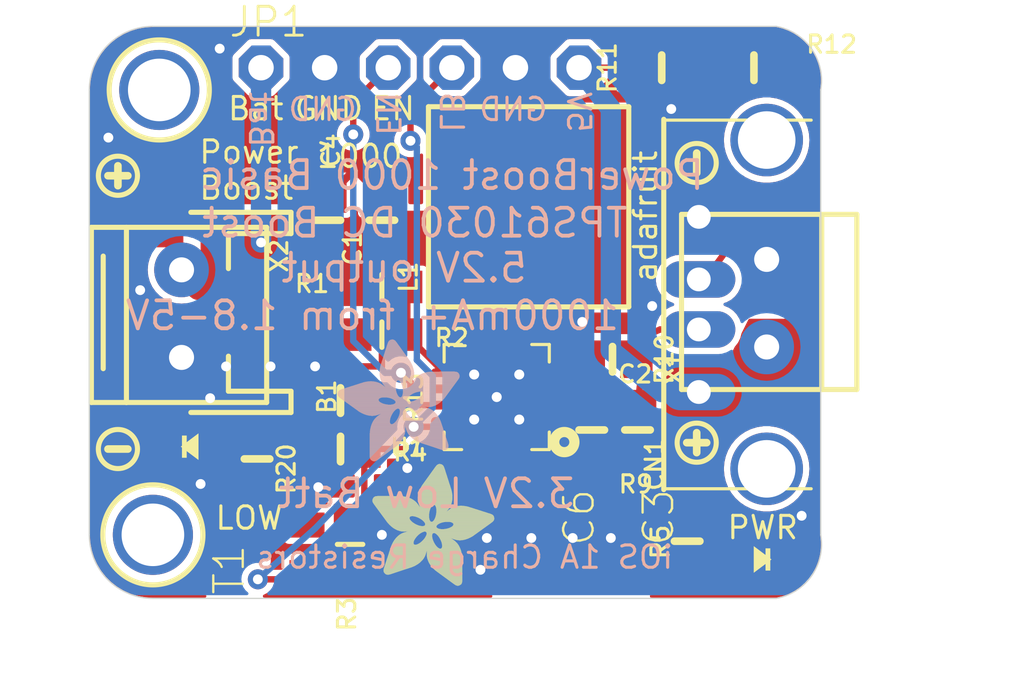
<source format=kicad_pcb>
(kicad_pcb (version 20221018) (generator pcbnew)
  (layers (0 "F.Cu" signal) (31 "B.Cu" signal) (34 "B.Paste" user) (35 "F.Paste" user) (36 "B.SilkS" user "B.Silkscreen") (37 "F.SilkS" user "F.Silkscreen") (38 "B.Mask" user) (39 "F.Mask" user) (44 "Edge.Cuts" user))
  (net 0 "")
  (net 1 "GND")
  (net 2 "N$1")
  (net 3 "N$3")
  (net 4 "5.0V")
  (net 5 "D+")
  (net 6 "D-")
  (net 7 "VBAT")
  (net 8 "N$2")
  (net 9 "ENABLE")
  (net 10 "N$5")
  (net 11 "N$6")
  (net 12 "LBO")
  (net 13 "N$4")
  (footprint "working:0805-NO" (layer "F.Cu") (at 143.40442 101.3206 90)
    (fp_text reference "C4" (at 2.032 0.127 90) (layer "F.SilkS") (effects (font (size 0.692831 0.692831) (thickness 0.119969)) (justify left)))
    (fp_text value "0.1uF")
    (pad "1" smd rect (at -0.95 0 90) (size 1.3 1.5) (layers "F.Cu" "F.Paste" "F.Mask") (net 7 "VBAT"))
    (pad "2" smd rect (at 0.95 0 90) (size 1.3 1.5) (layers "F.Cu" "F.Paste" "F.Mask") (net 1 "GND"))
  )
  (footprint "working:TERMBLOCK_1X2-3.5MM" (layer "F.Cu") (at 160.93042 104.6861 90)
    (fp_text reference "X1" (at -3.3 -3.69 90) (layer "F.SilkS") (effects (font (size 0.692831 0.692831) (thickness 0.119969)) (justify left)))
    (fp_text value "")
    (pad "1" thru_hole circle (at 1.8 0 90) (size 2.1844 2.1844) (drill 1) (layers "*.Cu" "*.Mask") (net 1 "GND"))
    (pad "2" thru_hole circle (at -1.7 0 90) (size 2.1844 2.1844) (drill 1) (layers "*.Cu" "*.Mask") (net 4 "5.0V"))
  )
  (footprint "working:0805-NO" (layer "F.Cu") (at 140.57842 110.8596 -90)
    (fp_text reference "R20" (at -0.6875 -1.17 90) (layer "F.SilkS") (effects (font (size 0.692831 0.692831) (thickness 0.119969)) (justify right)))
    (fp_text value "1K")
    (pad "1" smd rect (at -0.95 0 270) (size 1.3 1.5) (layers "F.Cu" "F.Paste" "F.Mask") (net 8 "N$2"))
    (pad "2" smd rect (at 0.95 0 270) (size 1.3 1.5) (layers "F.Cu" "F.Paste" "F.Mask") (net 11 "N$6"))
  )
  (footprint "working:SYMBOL_PLUS" (layer "F.Cu") (at 158.13642 110.2106)
    (fp_text reference "U$25" hide)
    (fp_text value "" hide)
  )
  (footprint "working:MOUNTINGHOLE_2.5_PLATED" (layer "F.Cu") (at 136.67342 96.1136)
    (fp_text reference "U$10" hide)
    (fp_text value "MOUNTINGHOLE2.5" hide)
    (pad "P$1" thru_hole circle (at 0 0) (size 3.2 3.2) (drill 2.5) (layers "*.Cu" "*.Mask"))
    (zone (net 0) (net_name "") (layer "F.Cu") (connect_pads (clearance 0)) (min_thickness 0.25)
      (keepout (tracks not_allowed) (vias not_allowed) (pads not_allowed) (copperpour not_allowed) (footprints allowed))
      (fill (thermal_gap 0.5) (thermal_bridge_width 0.5))
      (polygon (pts (xy 138.68942 96.1136) (xy 138.6698 95.833027) (xy 138.611324 95.557915) (xy 138.515128 95.293619) (xy 138.383085 95.045283) (xy 138.217766 94.81774) (xy 138.022387 94.61542) (xy 137.800753 94.44226) (xy 137.557176 94.301631) (xy 137.296398 94.19627) (xy 137.023495 94.128228) (xy 136.743777 94.098828) (xy 136.462691 94.108644) (xy 136.185705 94.157484) (xy 135.918213 94.244397) (xy 135.66542 94.367693) (xy 135.432246 94.52497) (xy 135.223231 94.713169) (xy 135.042442 94.928625) (xy 134.893398 95.167145) (xy 134.779 95.424087) (xy 134.701474 95.69445) (xy 134.662331 95.972971) (xy 134.662331 96.254229) (xy 134.701474 96.53275) (xy 134.779 96.803113) (xy 134.893398 97.060055) (xy 135.042442 97.298575) (xy 135.223231 97.514031) (xy 135.432246 97.70223) (xy 135.66542 97.859507) (xy 135.918213 97.982803) (xy 136.185705 98.069716) (xy 136.462691 98.118556) (xy 136.743777 98.128372) (xy 137.023495 98.098972) (xy 137.296398 98.03093) (xy 137.557176 97.925569) (xy 137.800753 97.78494) (xy 138.022387 97.61178) (xy 138.217766 97.40946) (xy 138.383085 97.181917) (xy 138.515128 96.933581) (xy 138.611324 96.669285) (xy 138.6698 96.394173)))
      (polygon (pts (xy 136.65742 96.1136) (xy 136.662106 96.124914) (xy 136.67342 96.1296) (xy 136.684734 96.124914) (xy 136.68942 96.1136) (xy 136.684734 96.102286) (xy 136.67342 96.0976) (xy 136.662106 96.102286)))
    )
    (zone (net 0) (net_name "") (layer "B.Cu") (connect_pads (clearance 0)) (min_thickness 0.25)
      (keepout (tracks not_allowed) (vias not_allowed) (pads not_allowed) (copperpour not_allowed) (footprints allowed))
      (fill (thermal_gap 0.5) (thermal_bridge_width 0.5))
      (polygon (pts (xy 138.68942 96.1136) (xy 138.6698 95.833027) (xy 138.611324 95.557915) (xy 138.515128 95.293619) (xy 138.383085 95.045283) (xy 138.217766 94.81774) (xy 138.022387 94.61542) (xy 137.800753 94.44226) (xy 137.557176 94.301631) (xy 137.296398 94.19627) (xy 137.023495 94.128228) (xy 136.743777 94.098828) (xy 136.462691 94.108644) (xy 136.185705 94.157484) (xy 135.918213 94.244397) (xy 135.66542 94.367693) (xy 135.432246 94.52497) (xy 135.223231 94.713169) (xy 135.042442 94.928625) (xy 134.893398 95.167145) (xy 134.779 95.424087) (xy 134.701474 95.69445) (xy 134.662331 95.972971) (xy 134.662331 96.254229) (xy 134.701474 96.53275) (xy 134.779 96.803113) (xy 134.893398 97.060055) (xy 135.042442 97.298575) (xy 135.223231 97.514031) (xy 135.432246 97.70223) (xy 135.66542 97.859507) (xy 135.918213 97.982803) (xy 136.185705 98.069716) (xy 136.462691 98.118556) (xy 136.743777 98.128372) (xy 137.023495 98.098972) (xy 137.296398 98.03093) (xy 137.557176 97.925569) (xy 137.800753 97.78494) (xy 138.022387 97.61178) (xy 138.217766 97.40946) (xy 138.383085 97.181917) (xy 138.515128 96.933581) (xy 138.611324 96.669285) (xy 138.6698 96.394173)))
      (polygon (pts (xy 136.65742 96.1136) (xy 136.662106 96.124914) (xy 136.67342 96.1296) (xy 136.684734 96.124914) (xy 136.68942 96.1136) (xy 136.684734 96.102286) (xy 136.67342 96.0976) (xy 136.662106 96.102286)))
    )
  )
  (footprint "working:0805-NO" (layer "F.Cu") (at 157.75542 114.1476 -90)
    (fp_text reference "R5" (at 0.7875 1.07 90) (layer "F.SilkS") (effects (font (size 0.692831 0.692831) (thickness 0.119969)) (justify left)))
    (fp_text value "1K")
    (pad "1" smd rect (at -0.95 0 270) (size 1.3 1.5) (layers "F.Cu" "F.Paste" "F.Mask") (net 4 "5.0V"))
    (pad "2" smd rect (at 0.95 0 270) (size 1.3 1.5) (layers "F.Cu" "F.Paste" "F.Mask") (net 13 "N$4"))
  )
  (footprint "working:0805-NO" (layer "F.Cu") (at 154.77342 106.8766 180)
    (fp_text reference "R10" (at -2.07 1.0875 90) (layer "F.SilkS") (effects (font (size 0.692831 0.692831) (thickness 0.119969)) (justify right)))
    (fp_text value "49.9K 1%")
    (pad "1" smd rect (at -0.95 0 180) (size 1.3 1.5) (layers "F.Cu" "F.Paste" "F.Mask") (net 6 "D-"))
    (pad "2" smd rect (at 0.95 0 180) (size 1.3 1.5) (layers "F.Cu" "F.Paste" "F.Mask") (net 1 "GND"))
  )
  (footprint "working:CHIPLED_0805_NOOUTLINE" (layer "F.Cu") (at 160.74442 114.8776 -90)
    (fp_text reference "LED2" hide)
    (fp_text value "GREEN")
    (pad "A" smd rect (at 0 1.05 270) (size 1.2 1.2) (layers "F.Cu" "F.Paste" "F.Mask") (net 13 "N$4"))
    (pad "C" smd rect (at 0 -1.05 270) (size 1.2 1.2) (layers "F.Cu" "F.Paste" "F.Mask") (net 1 "GND"))
  )
  (footprint "working:SYMBOL_MINUS" (layer "F.Cu") (at 158.13642 99.0346 90)
    (fp_text reference "U$26" hide)
    (fp_text value "" hide)
  )
  (footprint "working:PVQFN-16" (layer "F.Cu") (at 150.14942 108.3866 180)
    (fp_text reference "U1" (at 4.324 -2.018) (layer "F.SilkS") (effects (font (size 0.692831 0.692831) (thickness 0.119969)) (justify left)))
    (fp_text value "TPS61030RSAR")
    (pad "1" smd roundrect (at -2.1 -0.975 180) (size 1.05 0.35) (layers "F.Cu" "F.Paste" "F.Mask") (roundrect_rratio 0.5) (net 4 "5.0V"))
    (pad "2" smd roundrect (at -2.1 -0.325 180) (size 1.05 0.35) (layers "F.Cu" "F.Paste" "F.Mask") (roundrect_rratio 0.5))
    (pad "3" smd roundrect (at -2.1 0.325 180) (size 1.05 0.35) (layers "F.Cu" "F.Paste" "F.Mask") (roundrect_rratio 0.5) (net 2 "N$1"))
    (pad "4" smd roundrect (at -2.1 0.975 180) (size 1.05 0.35) (layers "F.Cu" "F.Paste" "F.Mask") (roundrect_rratio 0.5) (net 2 "N$1"))
    (pad "5" smd roundrect (at -0.975 2.1 270) (size 1.05 0.35) (layers "F.Cu" "F.Paste" "F.Mask") (roundrect_rratio 0.5) (net 1 "GND"))
    (pad "6" smd roundrect (at -0.325 2.1 270) (size 1.05 0.35) (layers "F.Cu" "F.Paste" "F.Mask") (roundrect_rratio 0.5) (net 1 "GND"))
    (pad "7" smd roundrect (at 0.325 2.1 270) (size 1.05 0.35) (layers "F.Cu" "F.Paste" "F.Mask") (roundrect_rratio 0.5) (net 1 "GND"))
    (pad "8" smd roundrect (at 0.975 2.1 270) (size 1.05 0.35) (layers "F.Cu" "F.Paste" "F.Mask") (roundrect_rratio 0.5) (net 7 "VBAT"))
    (pad "9" smd roundrect (at 2.1 0.975) (size 1.05 0.35) (layers "F.Cu" "F.Paste" "F.Mask") (roundrect_rratio 0.5) (net 3 "N$3"))
    (pad "10" smd roundrect (at 2.1 0.325) (size 1.05 0.35) (layers "F.Cu" "F.Paste" "F.Mask") (roundrect_rratio 0.5) (net 1 "GND"))
    (pad "11" smd roundrect (at 2.1 -0.325) (size 1.05 0.35) (layers "F.Cu" "F.Paste" "F.Mask") (roundrect_rratio 0.5) (net 9 "ENABLE"))
    (pad "12" smd roundrect (at 2.1 -0.975) (size 1.05 0.35) (layers "F.Cu" "F.Paste" "F.Mask") (roundrect_rratio 0.5) (net 12 "LBO"))
    (pad "13" smd roundrect (at 0.975 -2.1 90) (size 1.05 0.35) (layers "F.Cu" "F.Paste" "F.Mask") (roundrect_rratio 0.5) (net 1 "GND"))
    (pad "14" smd roundrect (at 0.325 -2.1 90) (size 1.05 0.35) (layers "F.Cu" "F.Paste" "F.Mask") (roundrect_rratio 0.5) (net 10 "N$5"))
    (pad "15" smd roundrect (at -0.325 -2.1 90) (size 1.05 0.35) (layers "F.Cu" "F.Paste" "F.Mask") (roundrect_rratio 0.5) (net 4 "5.0V"))
    (pad "16" smd roundrect (at -0.975 -2.1 90) (size 1.05 0.35) (layers "F.Cu" "F.Paste" "F.Mask") (roundrect_rratio 0.5) (net 4 "5.0V"))
    (pad "P$18" thru_hole circle (at 0 0 180) (size 0.908 0.908) (drill 0.4) (layers "*.Cu" "*.Mask") (net 1 "GND"))
    (pad "P$19" thru_hole circle (at -0.9 -0.9 180) (size 0.908 0.908) (drill 0.4) (layers "*.Cu" "*.Mask") (net 1 "GND"))
    (pad "P$20" thru_hole circle (at 0.9 -0.9 180) (size 0.908 0.908) (drill 0.4) (layers "*.Cu" "*.Mask") (net 1 "GND"))
    (pad "P$21" thru_hole circle (at 0.9 0.9 180) (size 0.908 0.908) (drill 0.4) (layers "*.Cu" "*.Mask") (net 1 "GND"))
    (pad "P$22" thru_hole circle (at -0.9 0.9 180) (size 0.908 0.908) (drill 0.4) (layers "*.Cu" "*.Mask") (net 1 "GND"))
    (pad "THERMAL" smd rect (at 0 0 180) (size 2.7 2.7) (layers "F.Cu" "F.Mask") (net 1 "GND"))
  )
  (footprint "working:0805-NO" (layer "F.Cu") (at 145.56342 101.3206 90)
    (fp_text reference "C1" (at -1.8875 -1.17 90) (layer "F.SilkS") (effects (font (size 0.692831 0.692831) (thickness 0.119969)) (justify left)))
    (fp_text value "10uF")
    (pad "1" smd rect (at -0.95 0 90) (size 1.3 1.5) (layers "F.Cu" "F.Paste" "F.Mask") (net 7 "VBAT"))
    (pad "2" smd rect (at 0.95 0 90) (size 1.3 1.5) (layers "F.Cu" "F.Paste" "F.Mask") (net 1 "GND"))
  )
  (footprint "working:_0805MP" (layer "F.Cu") (at 144.29342 114.2746 -90)
    (fp_text reference "R3" (at 2.032 0.127 90) (layer "F.SilkS") (effects (font (size 0.692831 0.692831) (thickness 0.119969)) (justify right)))
    (fp_text value "1.87M")
    (pad "1" smd rect (at -1.016 0 270) (size 1.2 1.3) (layers "F.Cu" "F.Paste" "F.Mask") (net 10 "N$5"))
    (pad "2" smd rect (at 1.016 0 270) (size 1.2 1.3) (layers "F.Cu" "F.Paste" "F.Mask") (net 4 "5.0V"))
  )
  (footprint "working:0805-NO" (layer "F.Cu") (at 143.91142 108.5266)
    (fp_text reference "R13" (at 2.93 0.9875 90) (layer "F.SilkS") (effects (font (size 0.692831 0.692831) (thickness 0.119969)) (justify left)))
    (fp_text value "200K")
    (pad "1" smd rect (at -0.95 0) (size 1.3 1.5) (layers "F.Cu" "F.Paste" "F.Mask") (net 7 "VBAT"))
    (pad "2" smd rect (at 0.95 0) (size 1.3 1.5) (layers "F.Cu" "F.Paste" "F.Mask") (net 9 "ENABLE"))
  )
  (footprint "working:CHIPLED_0805_NOOUTLINE" (layer "F.Cu") (at 137.91042 110.3696 90)
    (fp_text reference "LED1" hide)
    (fp_text value "RED")
    (pad "A" smd rect (at 0 1.05 90) (size 1.2 1.2) (layers "F.Cu" "F.Paste" "F.Mask") (net 8 "N$2"))
    (pad "C" smd rect (at 0 -1.05 90) (size 1.2 1.2) (layers "F.Cu" "F.Paste" "F.Mask") (net 1 "GND"))
  )
  (footprint "working:0805-NO" (layer "F.Cu") (at 156.73942 95.2246 180)
    (fp_text reference "R11" (at 2.17 -1.0875 90) (layer "F.SilkS") (effects (font (size 0.692831 0.692831) (thickness 0.119969)) (justify left)))
    (fp_text value "75K 1%")
    (pad "1" smd rect (at -0.95 0 180) (size 1.3 1.5) (layers "F.Cu" "F.Paste" "F.Mask") (net 5 "D+"))
    (pad "2" smd rect (at 0.95 0 180) (size 1.3 1.5) (layers "F.Cu" "F.Paste" "F.Mask") (net 4 "5.0V"))
  )
  (footprint "working:C1210" (layer "F.Cu") (at 151.53242 113.8936 -90)
    (fp_text reference "C6" (at -1.905 -1.905 90) (layer "F.SilkS") (effects (font (size 1.176528 1.176528) (thickness 0.093472)) (justify right)))
    (fp_text value "100uF")
    (pad "1" smd rect (at -1.4 0 270) (size 1.6 2.7) (layers "F.Cu" "F.Paste" "F.Mask") (net 4 "5.0V"))
    (pad "2" smd rect (at 1.4 0 270) (size 1.6 2.7) (layers "F.Cu" "F.Paste" "F.Mask") (net 1 "GND"))
  )
  (footprint "working:ADAFRUIT_5MM" (layer "F.Cu") (at 145.18242 115.9256)
    (fp_text reference "U$33" hide)
    (fp_text value "" hide)
  )
  (footprint "working:MOUNTINGHOLE_2.5_PLATED" (layer "F.Cu") (at 136.41942 113.8936)
    (fp_text reference "U$11" hide)
    (fp_text value "MOUNTINGHOLE2.5" hide)
    (pad "P$1" thru_hole circle (at 0 0) (size 3.2 3.2) (drill 2.5) (layers "*.Cu" "*.Mask"))
    (zone (net 0) (net_name "") (layer "F.Cu") (connect_pads (clearance 0)) (min_thickness 0.25)
      (keepout (tracks not_allowed) (vias not_allowed) (pads not_allowed) (copperpour not_allowed) (footprints allowed))
      (fill (thermal_gap 0.5) (thermal_bridge_width 0.5))
      (polygon (pts (xy 138.43542 113.8936) (xy 138.4158 113.613027) (xy 138.357324 113.337915) (xy 138.261128 113.073619) (xy 138.129085 112.825283) (xy 137.963766 112.59774) (xy 137.768387 112.39542) (xy 137.546753 112.22226) (xy 137.303176 112.081631) (xy 137.042398 111.97627) (xy 136.769495 111.908228) (xy 136.489777 111.878828) (xy 136.208691 111.888644) (xy 135.931705 111.937484) (xy 135.664213 112.024397) (xy 135.41142 112.147693) (xy 135.178246 112.30497) (xy 134.969231 112.493169) (xy 134.788442 112.708625) (xy 134.639398 112.947145) (xy 134.525 113.204087) (xy 134.447474 113.47445) (xy 134.408331 113.752971) (xy 134.408331 114.034229) (xy 134.447474 114.31275) (xy 134.525 114.583113) (xy 134.639398 114.840055) (xy 134.788442 115.078575) (xy 134.969231 115.294031) (xy 135.178246 115.48223) (xy 135.41142 115.639507) (xy 135.664213 115.762803) (xy 135.931705 115.849716) (xy 136.208691 115.898556) (xy 136.489777 115.908372) (xy 136.769495 115.878972) (xy 137.042398 115.81093) (xy 137.303176 115.705569) (xy 137.546753 115.56494) (xy 137.768387 115.39178) (xy 137.963766 115.18946) (xy 138.129085 114.961917) (xy 138.261128 114.713581) (xy 138.357324 114.449285) (xy 138.4158 114.174173)))
      (polygon (pts (xy 136.40342 113.8936) (xy 136.408106 113.904914) (xy 136.41942 113.9096) (xy 136.430734 113.904914) (xy 136.43542 113.8936) (xy 136.430734 113.882286) (xy 136.41942 113.8776) (xy 136.408106 113.882286)))
    )
    (zone (net 0) (net_name "") (layer "B.Cu") (connect_pads (clearance 0)) (min_thickness 0.25)
      (keepout (tracks not_allowed) (vias not_allowed) (pads not_allowed) (copperpour not_allowed) (footprints allowed))
      (fill (thermal_gap 0.5) (thermal_bridge_width 0.5))
      (polygon (pts (xy 138.43542 113.8936) (xy 138.4158 113.613027) (xy 138.357324 113.337915) (xy 138.261128 113.073619) (xy 138.129085 112.825283) (xy 137.963766 112.59774) (xy 137.768387 112.39542) (xy 137.546753 112.22226) (xy 137.303176 112.081631) (xy 137.042398 111.97627) (xy 136.769495 111.908228) (xy 136.489777 111.878828) (xy 136.208691 111.888644) (xy 135.931705 111.937484) (xy 135.664213 112.024397) (xy 135.41142 112.147693) (xy 135.178246 112.30497) (xy 134.969231 112.493169) (xy 134.788442 112.708625) (xy 134.639398 112.947145) (xy 134.525 113.204087) (xy 134.447474 113.47445) (xy 134.408331 113.752971) (xy 134.408331 114.034229) (xy 134.447474 114.31275) (xy 134.525 114.583113) (xy 134.639398 114.840055) (xy 134.788442 115.078575) (xy 134.969231 115.294031) (xy 135.178246 115.48223) (xy 135.41142 115.639507) (xy 135.664213 115.762803) (xy 135.931705 115.849716) (xy 136.208691 115.898556) (xy 136.489777 115.908372) (xy 136.769495 115.878972) (xy 137.042398 115.81093) (xy 137.303176 115.705569) (xy 137.546753 115.56494) (xy 137.768387 115.39178) (xy 137.963766 115.18946) (xy 138.129085 114.961917) (xy 138.261128 114.713581) (xy 138.357324 114.449285) (xy 138.4158 114.174173)))
      (polygon (pts (xy 136.40342 113.8936) (xy 136.408106 113.904914) (xy 136.41942 113.9096) (xy 136.430734 113.904914) (xy 136.43542 113.8936) (xy 136.430734 113.882286) (xy 136.41942 113.8776) (xy 136.408106 113.882286)))
    )
  )
  (footprint "working:_0805MP" (layer "F.Cu") (at 145.56342 105.8926)
    (fp_text reference "R2" (at 2.032 0.127) (layer "F.SilkS") (effects (font (size 0.692831 0.692831) (thickness 0.119969)) (justify left)))
    (fp_text value "340K")
    (pad "1" smd rect (at -1.016 0) (size 1.2 1.3) (layers "F.Cu" "F.Paste" "F.Mask") (net 1 "GND"))
    (pad "2" smd rect (at 1.016 0) (size 1.2 1.3) (layers "F.Cu" "F.Paste" "F.Mask") (net 3 "N$3"))
  )
  (footprint "working:SYMBOL_PLUS" (layer "F.Cu") (at 135.02242 99.5426)
    (fp_text reference "U$13" hide)
    (fp_text value "" hide)
  )
  (footprint "working:0805-NO" (layer "F.Cu") (at 153.94542 109.7026 90)
    (fp_text reference "C2" (at 2.23 2.4875) (layer "F.SilkS") (effects (font (size 0.692831 0.692831) (thickness 0.119969)) (justify right)))
    (fp_text value "2.2uF")
    (pad "1" smd rect (at -0.95 0 90) (size 1.3 1.5) (layers "F.Cu" "F.Paste" "F.Mask") (net 4 "5.0V"))
    (pad "2" smd rect (at 0.95 0 90) (size 1.3 1.5) (layers "F.Cu" "F.Paste" "F.Mask") (net 1 "GND"))
  )
  (footprint "working:FIDUCIAL_1MM" (layer "F.Cu") (at 138.95942 115.6716)
    (fp_text reference "FID3" hide)
    (fp_text value "FIDUCIAL\"\"" hide)
    (pad "1" smd roundrect (at 0 0) (size 1 1) (layers "F.Cu" "F.Mask") (roundrect_rratio 0.5))
  )
  (footprint "working:C1210" (layer "F.Cu") (at 154.70742 113.8936 -90)
    (fp_text reference "C3" (at -1.905 -1.905 90) (layer "F.SilkS") (effects (font (size 1.176528 1.176528) (thickness 0.093472)) (justify right)))
    (fp_text value "100uF")
    (pad "1" smd rect (at -1.4 0 270) (size 1.6 2.7) (layers "F.Cu" "F.Paste" "F.Mask") (net 4 "5.0V"))
    (pad "2" smd rect (at 1.4 0 270) (size 1.6 2.7) (layers "F.Cu" "F.Paste" "F.Mask") (net 1 "GND"))
  )
  (footprint "working:INDUCTOR_8X8MM" (layer "F.Cu") (at 151.42342 100.7836)
    (fp_text reference "L1" (at -4.8 3.5 90) (layer "F.SilkS") (effects (font (size 0.692831 0.692831) (thickness 0.119969)) (justify left)))
    (fp_text value "6.8uH" hide)
    (pad "P$1" smd rect (at -2.8 0) (size 2 7.5) (layers "F.Cu" "F.Paste" "F.Mask") (net 7 "VBAT"))
    (pad "P$2" smd rect (at 2.8 0) (size 2 7.5) (layers "F.Cu" "F.Paste" "F.Mask") (net 2 "N$1"))
  )
  (footprint "working:0805-NO" (layer "F.Cu") (at 155.77342 109.7016 -90)
    (fp_text reference "R9" (at 2.17 -0.6875) (layer "F.SilkS") (effects (font (size 0.692831 0.692831) (thickness 0.119969)) (justify right)))
    (fp_text value "43K 1%")
    (pad "1" smd rect (at -0.95 0 270) (size 1.3 1.5) (layers "F.Cu" "F.Paste" "F.Mask") (net 6 "D-"))
    (pad "2" smd rect (at 0.95 0 270) (size 1.3 1.5) (layers "F.Cu" "F.Paste" "F.Mask") (net 4 "5.0V"))
  )
  (footprint "working:USB_HOST-PTH" (layer "F.Cu") (at 164.74042 104.6861 90)
    (fp_text reference "CN1" (at -7.52 -8.29 90) (layer "F.SilkS") (effects (font (size 0.692831 0.692831) (thickness 0.119969)) (justify left)))
    (fp_text value "USBA_FEMALE")
    (pad "D+" thru_hole oval (at 1 -6.52 180) (size 2.916 1.458) (drill 0.95) (layers "*.Cu" "*.Mask") (net 5 "D+"))
    (pad "D-" thru_hole oval (at -1 -6.52 180) (size 2.916 1.458) (drill 0.95) (layers "*.Cu" "*.Mask") (net 6 "D-"))
    (pad "GND" thru_hole oval (at 3.5 -6.52 180) (size 2.916 1.458) (drill 0.95) (layers "*.Cu" "*.Mask") (net 1 "GND"))
    (pad "S1" thru_hole circle (at -6.57 -3.81 90) (size 2.9 2.9) (drill 2.3) (layers "*.Cu" "*.Mask"))
    (pad "S2" thru_hole circle (at 6.57 -3.81 270) (size 2.9 2.9) (drill 2.3) (layers "*.Cu" "*.Mask"))
    (pad "VBUS" thru_hole oval (at -3.5 -6.52 180) (size 2.916 1.458) (drill 0.95) (layers "*.Cu" "*.Mask") (net 4 "5.0V"))
  )
  (footprint "working:0805-NO" (layer "F.Cu") (at 160.42242 95.2246)
    (fp_text reference "R12" (at 4.1875 -0.93) (layer "F.SilkS") (effects (font (size 0.692831 0.692831) (thickness 0.119969)) (justify right)))
    (fp_text value "49.9K 1%")
    (pad "1" smd rect (at -0.95 0) (size 1.3 1.5) (layers "F.Cu" "F.Paste" "F.Mask") (net 5 "D+"))
    (pad "2" smd rect (at 0.95 0) (size 1.3 1.5) (layers "F.Cu" "F.Paste" "F.Mask") (net 1 "GND"))
  )
  (footprint "working:SC59-BEC" (layer "F.Cu") (at 141.37242 114.4524 90)
    (fp_text reference "T1" (at -1.905 -1.905 90) (layer "F.SilkS") (effects (font (size 1.176528 1.176528) (thickness 0.093472)) (justify left)))
    (fp_text value "MMUN2133LT1G")
    (pad "B" smd rect (at -0.95 1.2 90) (size 1 1.4) (layers "F.Cu" "F.Paste" "F.Mask") (net 12 "LBO"))
    (pad "C" smd rect (at 0 -1.2 90) (size 1 1.4) (layers "F.Cu" "F.Paste" "F.Mask") (net 11 "N$6"))
    (pad "E" smd rect (at 0.95 1.2 90) (size 1 1.4) (layers "F.Cu" "F.Paste" "F.Mask") (net 7 "VBAT"))
  )
  (footprint "working:JSTPH2" (layer "F.Cu") (at 137.43542 105.0036 90)
    (fp_text reference "B1" (at -4.1225 5.9315 90) (layer "F.SilkS") (effects (font (size 0.692831 0.692831) (thickness 0.119969)) (justify left)))
    (fp_text value "1.8-5V")
    (pad "1" smd rect (at -1 3.7 90) (size 1 4.6) (layers "F.Cu" "F.Paste" "F.Mask") (net 1 "GND"))
    (pad "2" smd rect (at 1 3.7 90) (size 1 4.6) (layers "F.Cu" "F.Paste" "F.Mask") (net 7 "VBAT"))
    (pad "NC1" smd rect (at -3.4 -1.5 180) (size 3.4 1.6) (layers "F.Cu" "F.Paste" "F.Mask"))
    (pad "NC2" smd rect (at 3.4 -1.5 180) (size 3.4 1.6) (layers "F.Cu" "F.Paste" "F.Mask"))
  )
  (footprint "working:_0805MP" (layer "F.Cu") (at 145.56342 103.9876 180)
    (fp_text reference "R1" (at 2.032 0.127) (layer "F.SilkS") (effects (font (size 0.692831 0.692831) (thickness 0.119969)) (justify right)))
    (fp_text value "1.87M")
    (pad "1" smd rect (at -1.016 0 180) (size 1.2 1.3) (layers "F.Cu" "F.Paste" "F.Mask") (net 3 "N$3"))
    (pad "2" smd rect (at 1.016 0 180) (size 1.2 1.3) (layers "F.Cu" "F.Paste" "F.Mask") (net 7 "VBAT"))
  )
  (footprint "working:0805-NO" (layer "F.Cu") (at 143.91242 110.4646)
    (fp_text reference "R4" (at 2.032 0.127) (layer "F.SilkS") (effects (font (size 0.692831 0.692831) (thickness 0.119969)) (justify left)))
    (fp_text value "200K")
    (pad "1" smd rect (at -0.95 0) (size 1.3 1.5) (layers "F.Cu" "F.Paste" "F.Mask") (net 1 "GND"))
    (pad "2" smd rect (at 0.95 0) (size 1.3 1.5) (layers "F.Cu" "F.Paste" "F.Mask") (net 10 "N$5"))
  )
  (footprint "working:TERMBLOCK_1X2-3.5MM" (layer "F.Cu") (at 137.56242 105.0036 -90)
    (fp_text reference "X2" (at -3 -3.89 90) (layer "F.SilkS") (effects (font (size 0.692831 0.692831) (thickness 0.119969)) (justify right)))
    (fp_text value "3.5mm")
    (pad "1" thru_hole circle (at 1.8 0 270) (size 2.1844 2.1844) (drill 1) (layers "*.Cu" "*.Mask") (net 1 "GND"))
    (pad "2" thru_hole circle (at -1.7 0 270) (size 2.1844 2.1844) (drill 1) (layers "*.Cu" "*.Mask") (net 7 "VBAT"))
  )
  (footprint "working:FIDUCIAL_1MM" (layer "F.Cu") (at 161.94642 100.6856)
    (fp_text reference "FID1" hide)
    (fp_text value "FIDUCIAL\"\"" hide)
    (pad "1" smd roundrect (at 0 0) (size 1 1) (layers "F.Cu" "F.Mask") (roundrect_rratio 0.5))
  )
  (footprint "working:FIDUCIAL_1MM" (layer "F.Cu") (at 137.07742 99.4396)
    (fp_text reference "FID2" hide)
    (fp_text value "FIDUCIAL\"\"" hide)
    (pad "1" smd roundrect (at 0 0) (size 1 1) (layers "F.Cu" "F.Mask") (roundrect_rratio 0.5))
  )
  (footprint "working:1X06-CLEANBIG" (layer "F.Cu") (at 147.08742 95.2246)
    (fp_text reference "JP1" (at -7.6962 -1.8288) (layer "F.SilkS") (effects (font (size 1.1557 1.1557) (thickness 0.1143)) (justify left)))
    (fp_text value "")
    (pad "1" thru_hole roundrect (at -6.35 0 90) (size 1.778 1.778) (drill 1.016) (layers "*.Cu" "*.Mask") (chamfer_ratio 0.2928932188) (chamfer top_left top_right bottom_left bottom_right) (net 7 "VBAT"))
    (pad "2" thru_hole roundrect (at -3.81 0 90) (size 1.778 1.778) (drill 1.016) (layers "*.Cu" "*.Mask") (chamfer_ratio 0.2928932188) (chamfer top_left top_right bottom_left bottom_right) (net 1 "GND"))
    (pad "3" thru_hole roundrect (at -1.27 0 90) (size 1.778 1.778) (drill 1.016) (layers "*.Cu" "*.Mask") (chamfer_ratio 0.2928932188) (chamfer top_left top_right bottom_left bottom_right) (net 9 "ENABLE"))
    (pad "4" thru_hole roundrect (at 1.27 0 90) (size 1.778 1.778) (drill 1.016) (layers "*.Cu" "*.Mask") (chamfer_ratio 0.2928932188) (chamfer top_left top_right bottom_left bottom_right) (net 12 "LBO"))
    (pad "5" thru_hole roundrect (at 3.81 0 90) (size 1.778 1.778) (drill 1.016) (layers "*.Cu" "*.Mask") (chamfer_ratio 0.2928932188) (chamfer top_left top_right bottom_left bottom_right) (net 1 "GND"))
    (pad "6" thru_hole roundrect (at 6.35 0 90) (size 1.778 1.778) (drill 1.016) (layers "*.Cu" "*.Mask") (chamfer_ratio 0.2928932188) (chamfer top_left top_right bottom_left bottom_right) (net 4 "5.0V"))
  )
  (footprint "working:SYMBOL_MINUS" (layer "F.Cu") (at 135.02242 110.4646)
    (fp_text reference "U$12" hide)
    (fp_text value "" hide)
  )
  (footprint "working:ADAFRUIT_5MM" (layer "B.Cu") (at 148.67042 110.9516 180)
    (fp_text reference "U$28" hide)
    (fp_text value "" hide)
  )
  (gr_arc (start 136.41942 116.4336) (mid 134.623369 115.689651) (end 133.87942 113.8936) (stroke (width 0.05)) (layer "Edge.Cuts"))
  (gr_line (start 161.31142 93.5736) (end 136.41942 93.5736) (stroke (width 0.05)) (layer "Edge.Cuts"))
  (gr_arc (start 133.87942 96.1136) (mid 134.623369 94.317549) (end 136.41942 93.5736) (stroke (width 0.05)) (layer "Edge.Cuts"))
  (gr_line (start 133.87942 96.1136) (end 133.87942 113.8936) (stroke (width 0.05)) (layer "Edge.Cuts"))
  (gr_arc (start 161.31142 93.5736) (mid 162.726471 94.475364) (end 163.08942 96.1136) (stroke (width 0.05)) (layer "Edge.Cuts"))
  (gr_arc (start 163.08942 113.8936) (mid 162.726471 115.531836) (end 161.31142 116.4336) (stroke (width 0.05)) (layer "Edge.Cuts"))
  (gr_line (start 163.08942 113.8936) (end 163.08942 96.1136) (stroke (width 0.05)) (layer "Edge.Cuts"))
  (gr_line (start 136.41942 116.4336) (end 161.31142 116.4336) (stroke (width 0.05)) (layer "Edge.Cuts"))
  (gr_text "iOS 1A Charge Resistors" (at 148.86542 114.7826) (layer "B.SilkS") (effects (font (size 0.89408 0.89408) (thickness 0.12192)) (justify mirror)))
  (gr_text "GND" (at 141.75342 96.3676) (layer "B.SilkS") (effects (font (size 0.89408 0.89408) (thickness 0.12192)) (justify right top mirror)))
  (gr_text "EN" (at 146.32542 96.1136 -90) (layer "B.SilkS") (effects (font (size 0.89408 0.89408) (thickness 0.12192)) (justify right top mirror)))
  (gr_text "Bat" (at 141.24542 96.1136 -90) (layer "B.SilkS") (effects (font (size 0.89408 0.89408) (thickness 0.12192)) (justify right top mirror)))
  (gr_text "PowerBoost 1000 Basic" (at 158.51742 100.1776) (layer "B.SilkS") (effects (font (size 1.1176 1.1176) (thickness 0.1524)) (justify left bottom mirror)))
  (gr_text "5.2V output" (at 146.45242 103.2256) (layer "B.SilkS") (effects (font (size 1.1176 1.1176) (thickness 0.1524)) (justify mirror)))
  (gr_text "5V" (at 153.94542 96.1136 -90) (layer "B.SilkS") (effects (font (size 0.89408 0.89408) (thickness 0.12192)) (justify right top mirror)))
  (gr_text "LB" (at 148.86542 96.1136 -90) (layer "B.SilkS") (effects (font (size 0.89408 0.89408) (thickness 0.12192)) (justify right top mirror)))
  (gr_text "1000mA+ from 1.8-5V" (at 145.18242 105.1306) (layer "B.SilkS") (effects (font (size 1.1176 1.1176) (thickness 0.1524)) (justify mirror)))
  (gr_text "3.2V Low Batt" (at 147.34142 112.2426) (layer "B.SilkS") (effects (font (size 1.1176 1.1176) (thickness 0.1524)) (justify mirror)))
  (gr_text "GND" (at 149.37342 96.3676) (layer "B.SilkS") (effects (font (size 0.89408 0.89408) (thickness 0.12192)) (justify right top mirror)))
  (gr_text "TPS61030 DC Boost" (at 155.46942 102.0826) (layer "B.SilkS") (effects (font (size 1.1176 1.1176) (thickness 0.1524)) (justify left bottom mirror)))
  (gr_text "1000" (at 142.89642 99.2886) (layer "F.SilkS") (effects (font (size 0.89408 0.89408) (thickness 0.12192)) (justify left bottom)))
  (gr_text "PWR" (at 160.77142 113.6026) (layer "F.SilkS") (effects (font (size 0.89408 0.89408) (thickness 0.12192))))
  (gr_text "EN" (at 145.05542 97.3836) (layer "F.SilkS") (effects (font (size 0.89408 0.89408) (thickness 0.12192)) (justify left bottom)))
  (gr_text "LOW" (at 140.26242 113.2216) (layer "F.SilkS") (effects (font (size 0.89408 0.89408) (thickness 0.12192))))
  (gr_text "GND" (at 142.00742 97.3836) (layer "F.SilkS") (effects (font (size 0.89408 0.89408) (thickness 0.12192)) (justify left bottom)))
  (gr_text "Bat" (at 139.34042 97.3836) (layer "F.SilkS") (effects (font (size 0.89408 0.89408) (thickness 0.12192)) (justify left bottom)))
  (gr_text "adafruit" (at 156.61242 103.8606 90) (layer "F.SilkS") (effects (font (size 0.89408 0.89408) (thickness 0.12192)) (justify left bottom)))
  (gr_text "Power\nBoost" (at 138.19742 100.5586) (layer "F.SilkS") (effects (font (size 0.89408 0.89408) (thickness 0.12192)) (justify left bottom)))
  (segment (start 149.17442 109.5206) (end 149.37342 109.3216) (width 0.254) (layer "F.Cu") (net 1))
  (segment (start 151.12442 107.4116) (end 151.04942 107.4866) (width 0.254) (layer "F.Cu") (net 1))
  (segment (start 149.82442 107.3466) (end 149.75442 107.4166) (width 0.254) (layer "F.Cu") (net 1))
  (segment (start 149.24942 107.4866) (end 149.24942 107.8006) (width 0.254) (layer "F.Cu") (net 1))
  (segment (start 149.37342 109.3216) (end 149.28442 109.3216) (width 0.254) (layer "F.Cu") (net 1))
  (segment (start 149.31942 107.4166) (end 149.24942 107.4866) (width 0.254) (layer "F.Cu") (net 1))
  (segment (start 149.82442 106.2866) (end 149.82442 107.3466) (width 0.254) (layer "F.Cu") (net 1))
  (segment (start 151.12442 106.2866) (end 151.12442 107.4116) (width 0.254) (layer "F.Cu") (net 1))
  (segment (start 148.04942 108.0616) (end 149.49042 108.0616) (width 0.254) (layer "F.Cu") (net 1))
  (segment (start 149.28442 109.3216) (end 149.24942 109.2866) (width 0.254) (layer "F.Cu") (net 1))
  (segment (start 149.24942 107.8006) (end 149.50042 108.0516) (width 0.254) (layer "F.Cu") (net 1))
  (segment (start 149.17442 110.4866) (end 149.17442 109.5206) (width 0.254) (layer "F.Cu") (net 1))
  (segment (start 150.47442 106.2866) (end 150.47442 107.6286) (width 0.254) (layer "F.Cu") (net 1))
  (segment (start 149.75442 107.4166) (end 149.31942 107.4166) (width 0.254) (layer "F.Cu") (net 1))
  (segment (start 150.47442 107.6286) (end 150.64342 107.7976) (width 0.254) (layer "F.Cu") (net 1))
  (segment (start 149.49042 108.0616) (end 149.50042 108.0516) (width 0.254) (layer "F.Cu") (net 1))
  (via (at 135.91142 104.1146) (size 0.8001) (drill 0.3937) (layers "F.Cu" "B.Cu") (net 1))
  (via (at 138.32442 111.8616) (size 0.8001) (drill 0.3937) (layers "F.Cu" "B.Cu") (net 1))
  (via (at 143.02342 111.9886) (size 0.8001) (drill 0.3937) (layers "F.Cu" "B.Cu") (net 1))
  (via (at 151.53242 114.0206) (size 0.8001) (drill 0.3937) (layers "F.Cu" "B.Cu") (net 1))
  (via (at 157.12042 96.8756) (size 0.8001) (drill 0.3937) (layers "F.Cu" "B.Cu") (net 1))
  (via (at 142.89642 107.1626) (size 0.8001) (drill 0.3937) (layers "F.Cu" "B.Cu") (net 1))
  (via (at 154.70742 114.0206) (size 0.8001) (drill 0.3937) (layers "F.Cu" "B.Cu") (net 1))
  (via (at 149.50042 115.2906) (size 0.8001) (drill 0.3937) (layers "F.Cu" "B.Cu") (net 1))
  (via (at 134.64142 98.0186) (size 0.8001) (drill 0.3937) (layers "F.Cu" "B.Cu") (net 1))
  (via (at 146.57942 111.2266) (size 0.8001) (drill 0.3937) (layers "F.Cu" "B.Cu") (net 1))
  (via (at 156.35842 104.7496) (size 0.8001) (drill 0.3937) (layers "F.Cu" "B.Cu") (net 1))
  (via (at 141.11842 107.1626) (size 0.8001) (drill 0.3937) (layers "F.Cu" "B.Cu") (net 1))
  (via (at 138.70542 108.4326) (size 0.8001) (drill 0.3937) (layers "F.Cu" "B.Cu") (net 1))
  (via (at 139.08642 94.4626) (size 0.8001) (drill 0.3937) (layers "F.Cu" "B.Cu") (net 1))
  (via (at 153.56442 105.3846) (size 0.8001) (drill 0.3937) (layers "F.Cu" "B.Cu") (net 1))
  (via (at 139.34042 107.1626) (size 0.8001) (drill 0.3937) (layers "F.Cu" "B.Cu") (net 1))
  (via (at 162.32742 113.1316) (size 0.8001) (drill 0.3937) (layers "F.Cu" "B.Cu") (net 1))
  (via (at 149.75442 114.0206) (size 0.8001) (drill 0.3937) (layers "F.Cu" "B.Cu") (net 1))
  (via (at 153.18342 114.0206) (size 0.8001) (drill 0.3937) (layers "F.Cu" "B.Cu") (net 1))
  (via (at 145.56342 113.8936) (size 0.8001) (drill 0.3937) (layers "F.Cu" "B.Cu") (net 1))
  (segment (start 146.89442 106.2566) (end 146.57942 105.8926) (width 0.254) (layer "F.Cu") (net 3))
  (segment (start 146.57942 103.9876) (end 146.57942 105.8926) (width 0.254) (layer "F.Cu") (net 3))
  (segment (start 148.04942 107.4116) (end 146.89442 106.2566) (width 0.254) (layer "F.Cu") (net 3))
  (segment (start 149.75442 112.7506) (end 151.27542 112.7506) (width 0.254) (layer "F.Cu") (net 4))
  (segment (start 153.43742 95.2246) (end 155.78942 95.2246) (width 0.254) (layer "F.Cu") (net 4))
  (segment (start 147.21442 115.2906) (end 149.75442 112.7506) (width 0.254) (layer "F.Cu") (net 4))
  (segment (start 144.29342 115.2906) (end 147.21442 115.2906) (width 0.254) (layer "F.Cu") (net 4))
  (segment (start 151.27542 112.7506) (end 151.53242 112.4936) (width 0.254) (layer "F.Cu") (net 4))
  (segment (start 159.15242 108.0516) (end 159.01792 108.1861) (width 0.254) (layer "F.Cu") (net 4))
  (segment (start 157.37442 108.0516) (end 159.15242 108.0516) (width 0.254) (layer "F.Cu") (net 4))
  (segment (start 159.01792 108.1861) (end 158.22042 108.1861) (width 0.254) (layer "F.Cu") (net 4))
  (segment (start 153.43742 95.2246) (end 154.70742 96.8756) (width 0.8128) (layer "B.Cu") (net 4))
  (segment (start 154.70742 96.8756) (end 154.70742 106.5276) (width 0.8128) (layer "B.Cu") (net 4))
  (segment (start 154.70742 106.5276) (end 156.74692 108.1861) (width 0.8128) (layer "B.Cu") (net 4))
  (segment (start 156.74692 108.1861) (end 158.22042 108.1861) (width 0.8128) (layer "B.Cu") (net 4))
  (segment (start 160.29542 100.5586) (end 160.29542 101.1936) (width 0.254) (layer "F.Cu") (net 5))
  (segment (start 160.29542 101.1936) (end 158.60142 103.5226) (width 0.254) (layer "F.Cu") (net 5))
  (segment (start 158.60142 103.5226) (end 158.22042 103.6861) (width 0.254) (layer "F.Cu") (net 5))
  (segment (start 157.68942 95.2246) (end 159.47242 95.2246) (width 0.254) (layer "F.Cu") (net 5))
  (segment (start 157.68942 95.2246) (end 158.64442 95.2906) (width 0.254) (layer "F.Cu") (net 5))
  (segment (start 158.64442 95.2906) (end 158.64442 98.9076) (width 0.254) (layer "F.Cu") (net 5))
  (segment (start 158.64442 98.9076) (end 160.29542 100.5586) (width 0.254) (layer "F.Cu") (net 5))
  (segment (start 156.02742 106.5456) (end 155.72342 106.8766) (width 0.254) (layer "F.Cu") (net 6))
  (segment (start 155.77342 108.7516) (end 156.02742 106.5456) (width 0.254) (layer "F.Cu") (net 6))
  (segment (start 156.67692 105.6861) (end 156.42292 105.7961) (width 0.254) (layer "F.Cu") (net 6))
  (segment (start 156.67692 105.6861) (end 158.22042 105.6861) (width 0.254) (layer "F.Cu") (net 6))
  (segment (start 156.42292 105.7961) (end 155.72342 106.8766) (width 0.254) (layer "F.Cu") (net 6))
  (segment (start 138.26242 104.0036) (end 141.13542 104.0036) (width 1.016) (layer "F.Cu") (net 7))
  (segment (start 143.40442 102.2706) (end 143.40442 103.6676) (width 0.8128) (layer "F.Cu") (net 7))
  (segment (start 145.56342 102.2706) (end 148.27942 102.2706) (width 0.8128) (layer "F.Cu") (net 7))
  (segment (start 142.29442 108.3996) (end 142.96142 108.5266) (width 0.254) (layer "F.Cu") (net 7))
  (segment (start 141.75342 108.8136) (end 142.29442 108.3996) (width 0.254) (layer "F.Cu") (net 7))
  (segment (start 143.40442 103.6676) (end 144.54742 103.9876) (width 0.8128) (layer "F.Cu") (net 7))
  (segment (start 145.56342 107.1626) (end 145.56342 104.8766) (width 0.254) (layer "F.Cu") (net 7))
  (segment (start 141.13542 104.0036) (end 144.31192 103.9401) (width 0.8128) (layer "F.Cu") (net 7))
  (segment (start 142.13442 113.2586) (end 142.13442 112.0484) (width 0.254) (layer "F.Cu") (net 7))
  (segment (start 137.56242 103.3036) (end 138.26242 104.0036) (width 1.016) (layer "F.Cu") (net 7))
  (segment (start 140.73742 103.6861) (end 141.13542 104.0036) (width 0.8128) (layer "F.Cu") (net 7))
  (segment (start 142.96142 108.5266) (end 144.32542 107.1626) (width 0.254) (layer "F.Cu") (net 7))
  (segment (start 144.32542 107.1626) (end 145.56342 107.1626) (width 0.254) (layer "F.Cu") (net 7))
  (segment (start 141.75342 111.6674) (end 141.75342 108.8136) (width 0.254) (layer "F.Cu") (net 7))
  (segment (start 144.67442 103.9876) (end 144.54742 103.9876) (width 0.254) (layer "F.Cu") (net 7))
  (segment (start 144.31192 103.9401) (end 144.54742 103.9876) (width 0.8128) (layer "F.Cu") (net 7))
  (segment (start 142.13442 112.0484) (end 141.75342 111.6674) (width 0.254) (layer "F.Cu") (net 7))
  (segment (start 142.57242 113.5024) (end 142.13442 113.2586) (width 0.254) (layer "F.Cu") (net 7))
  (segment (start 145.56342 102.2706) (end 143.40442 102.2706) (width 0.8128) (layer "F.Cu") (net 7))
  (segment (start 145.56342 104.8766) (end 144.67442 103.9876) (width 0.254) (layer "F.Cu") (net 7))
  (segment (start 148.27942 102.2706) (end 148.62342 100.7836) (width 0.8128) (layer "F.Cu") (net 7))
  (segment (start 140.73742 102.2096) (end 140.73742 103.6861) (width 0.8128) (layer "F.Cu") (net 7))
  (segment (start 142.96142 108.5266) (end 142.96142 108.4326) (width 0.254) (layer "F.Cu") (net 7))
  (via (at 140.73742 102.2096) (size 0.8001) (drill 0.3937) (layers "F.Cu" "B.Cu") (net 7))
  (segment (start 140.73742 95.2246) (end 140.73742 102.2096) (width 0.8128) (layer "B.Cu") (net 7))
  (segment (start 139.03942 109.9096) (end 140.57842 109.9096) (width 0.254) (layer "F.Cu") (net 8))
  (segment (start 138.96042 110.3696) (end 139.03942 109.9096) (width 0.254) (layer "F.Cu") (net 8))
  (segment (start 144.42042 96.6216) (end 145.81742 95.2246) (width 0.254) (layer "F.Cu") (net 9))
  (segment (start 144.42042 97.8916) (end 144.42042 96.6216) (width 0.254) (layer "F.Cu") (net 9))
  (segment (start 146.70642 108.7116) (end 146.70642 107.7976) (width 0.254) (layer "F.Cu") (net 9))
  (segment (start 148.04942 108.7116) (end 146.70642 108.7116) (width 0.254) (layer "F.Cu") (net 9))
  (segment (start 146.70642 107.7976) (end 146.32542 107.4166) (width 0.254) (layer "F.Cu") (net 9))
  (segment (start 145.04642 108.7116) (end 144.86142 108.5266) (width 0.254) (layer "F.Cu") (net 9))
  (segment (start 146.70642 108.7116) (end 145.04642 108.7116) (width 0.254) (layer "F.Cu") (net 9))
  (via (at 146.32542 107.4166) (size 0.8001) (drill 0.3937) (layers "F.Cu" "B.Cu") (net 9))
  (via (at 144.42042 97.8916) (size 0.8001) (drill 0.3937) (layers "F.Cu" "B.Cu") (net 9))
  (segment (start 145.69042 107.4166) (end 144.42042 106.1466) (width 0.254) (layer "B.Cu") (net 9))
  (segment (start 146.32542 107.4166) (end 145.69042 107.4166) (width 0.254) (layer "B.Cu") (net 9))
  (segment (start 144.42042 106.1466) (end 144.42042 97.8916) (width 0.254) (layer "B.Cu") (net 9))
  (segment (start 144.86242 112.6236) (end 144.86242 110.4646) (width 0.254) (layer "F.Cu") (net 10))
  (segment (start 149.88142 110.5436) (end 149.82442 110.4866) (width 0.254) (layer "F.Cu") (net 10))
  (segment (start 148.61142 111.4806) (end 149.62742 111.4806) (width 0.254) (layer "F.Cu") (net 10))
  (segment (start 144.86242 110.4646) (end 147.59542 110.4646) (width 0.254) (layer "F.Cu") (net 10))
  (segment (start 149.62742 111.4806) (end 149.88142 111.2266) (width 0.254) (layer "F.Cu") (net 10))
  (segment (start 144.29342 113.2586) (end 144.86242 112.6236) (width 0.254) (layer "F.Cu") (net 10))
  (segment (start 147.59542 110.4646) (end 148.61142 111.4806) (width 0.254) (layer "F.Cu") (net 10))
  (segment (start 149.88142 111.2266) (end 149.88142 110.5436) (width 0.254) (layer "F.Cu") (net 10))
  (segment (start 140.17242 112.1656) (end 140.17242 114.4524) (width 0.254) (layer "F.Cu") (net 11))
  (segment (start 140.57842 111.8096) (end 140.17242 112.1656) (width 0.254) (layer "F.Cu") (net 11))
  (segment (start 146.70642 96.8756) (end 148.35742 95.2246) (width 0.254) (layer "F.Cu") (net 12))
  (segment (start 142.57242 115.4024) (end 142.30322 115.6716) (width 0.254) (layer "F.Cu") (net 12))
  (segment (start 148.04942 109.3616) (end 147.83542 109.5756) (width 0.254) (layer "F.Cu") (net 12))
  (segment (start 142.30322 115.6716) (end 140.61042 115.6716) (width 0.254) (layer "F.Cu") (net 12))
  (segment (start 147.83542 109.5756) (end 146.83342 109.5756) (width 0.254) (layer "F.Cu") (net 12))
  (segment (start 146.70642 98.1456) (end 146.70642 96.8756) (width 0.254) (layer "F.Cu") (net 12))
  (via (at 146.83342 109.5756) (size 0.8001) (drill 0.3937) (layers "F.Cu" "B.Cu") (net 12))
  (via (at 140.61042 115.6716) (size 0.8001) (drill 0.3937) (layers "F.Cu" "B.Cu") (net 12))
  (via (at 146.70642 98.1456) (size 0.8001) (drill 0.3937) (layers "F.Cu" "B.Cu") (net 12))
  (segment (start 147.59542 107.5436) (end 146.96042 106.9086) (width 0.254) (layer "B.Cu") (net 12))
  (segment (start 142.89642 113.6396) (end 146.83342 109.5756) (width 0.254) (layer "B.Cu") (net 12))
  (segment (start 146.96042 106.9086) (end 146.96042 98.3996) (width 0.254) (layer "B.Cu") (net 12))
  (segment (start 147.59542 108.8136) (end 147.59542 107.5436) (width 0.254) (layer "B.Cu") (net 12))
  (segment (start 146.96042 98.3996) (end 146.70642 98.1456) (width 0.254) (layer "B.Cu") (net 12))
  (segment (start 146.83342 109.5756) (end 147.59542 108.8136) (width 0.254) (layer "B.Cu") (net 12))
  (segment (start 140.61042 115.6716) (end 142.89642 113.6396) (width 0.254) (layer "B.Cu") (net 12))
  (segment (start 158.03842 114.8776) (end 157.75542 115.0976) (width 0.254) (layer "F.Cu") (net 13))
  (segment (start 159.69442 114.8776) (end 158.03842 114.8776) (width 0.254) (layer "F.Cu") (net 13))
  (zone (net 2) (net_name "N$1") (layer "F.Cu") (priority 6) (connect_pads yes (clearance 0.254)) (min_thickness 0.127) (fill yes (thermal_gap 0.5) (thermal_bridge_width 0.5))
    (polygon (pts (xy 155.59642 104.7496) (xy 153.236026 104.7496) (xy 152.80242 105.183206) (xy 152.80242 108.1786) (xy 151.78642 108.1786) (xy 151.78642 104.868693) (xy 152.04042 102.836696) (xy 152.04042 96.8756) (xy 155.59642 96.8756)))
  )
  (zone (net 1) (net_name "GND") (layer "F.Cu") (priority 4) (connect_pads (clearance 0.254)) (min_thickness 0.127) (fill yes (thermal_gap 0.304) (thermal_bridge_width 0.304))
    (polygon (pts (xy 163.21642 116.5606) (xy 133.75242 116.5606) (xy 133.75242 93.5736) (xy 163.21642 93.5736)))
  )
  (zone (net 7) (net_name "VBAT") (layer "F.Cu") (priority 6) (connect_pads yes (clearance 0.000001)) (min_thickness 0.127) (fill yes (thermal_gap 0.5) (thermal_bridge_width 0.5))
    (polygon (pts (xy 147.590965 104.7496) (xy 138.32442 104.7496) (xy 138.32442 100.9396) (xy 147.727037 100.9396)))
  )
  (zone (net 7) (net_name "VBAT") (layer "F.Cu") (priority 6) (connect_pads yes (clearance 0.254)) (min_thickness 0.127) (fill yes (thermal_gap 0.5) (thermal_bridge_width 0.5))
    (polygon (pts (xy 149.88142 104.652581) (xy 149.37342 105.668581) (xy 149.37342 106.7816) (xy 147.46842 106.7816) (xy 147.46842 96.8756) (xy 149.88142 96.8756)))
  )
  (zone (net 4) (net_name "5.0V") (layer "F.Cu") (priority 6) (connect_pads yes (clearance 0.254)) (min_thickness 0.127) (fill yes (thermal_gap 0.5) (thermal_bridge_width 0.5))
    (polygon (pts (xy 162.45442 108.8136) (xy 160.339344 108.8136) (xy 158.64442 110.145326) (xy 158.64442 113.3856) (xy 150.38942 113.3856) (xy 150.38942 109.9566) (xy 151.78642 109.9566) (xy 151.78642 109.1946) (xy 152.712402 109.1946) (xy 154.109402 110.0836) (xy 156.622563 110.0836) (xy 156.876563 107.0356) (xy 159.32793 107.0356) (xy 160.21693 105.2576) (xy 162.45442 105.2576)))
  )
  (zone (net 1) (net_name "GND") (layer "B.Cu") (priority 6) (connect_pads yes (clearance 0.254)) (min_thickness 0.127) (fill yes (thermal_gap 0.5) (thermal_bridge_width 0.5))
    (polygon (pts (xy 163.21642 116.3066) (xy 133.75242 116.3066) (xy 133.75242 93.3196) (xy 163.21642 93.3196)))
  )
)
</source>
